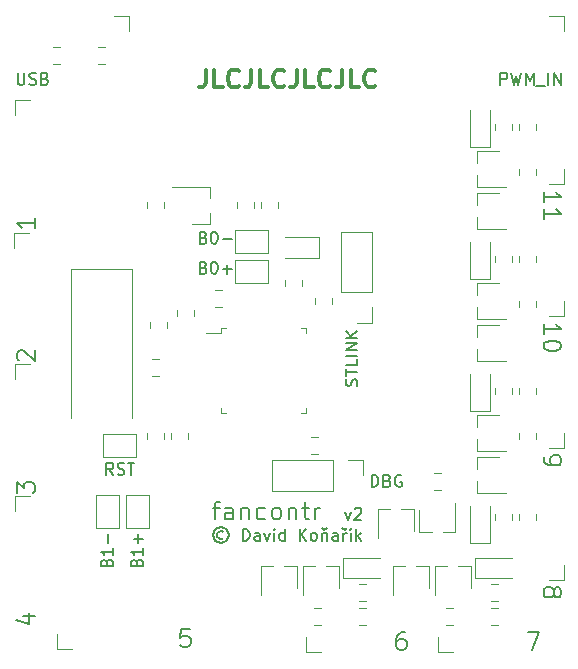
<source format=gbr>
G04 #@! TF.GenerationSoftware,KiCad,Pcbnew,5.1.5*
G04 #@! TF.CreationDate,2020-04-29T20:22:20+02:00*
G04 #@! TF.ProjectId,fancontr,66616e63-6f6e-4747-922e-6b696361645f,rev?*
G04 #@! TF.SameCoordinates,Original*
G04 #@! TF.FileFunction,Legend,Top*
G04 #@! TF.FilePolarity,Positive*
%FSLAX46Y46*%
G04 Gerber Fmt 4.6, Leading zero omitted, Abs format (unit mm)*
G04 Created by KiCad (PCBNEW 5.1.5) date 2020-04-29 20:22:20*
%MOMM*%
%LPD*%
G04 APERTURE LIST*
%ADD10C,0.300000*%
%ADD11C,0.150000*%
%ADD12C,0.200000*%
%ADD13C,0.120000*%
G04 APERTURE END LIST*
D10*
X94671428Y-81728571D02*
X94671428Y-82800000D01*
X94600000Y-83014285D01*
X94457142Y-83157142D01*
X94242857Y-83228571D01*
X94100000Y-83228571D01*
X96100000Y-83228571D02*
X95385714Y-83228571D01*
X95385714Y-81728571D01*
X97457142Y-83085714D02*
X97385714Y-83157142D01*
X97171428Y-83228571D01*
X97028571Y-83228571D01*
X96814285Y-83157142D01*
X96671428Y-83014285D01*
X96600000Y-82871428D01*
X96528571Y-82585714D01*
X96528571Y-82371428D01*
X96600000Y-82085714D01*
X96671428Y-81942857D01*
X96814285Y-81800000D01*
X97028571Y-81728571D01*
X97171428Y-81728571D01*
X97385714Y-81800000D01*
X97457142Y-81871428D01*
X98528571Y-81728571D02*
X98528571Y-82800000D01*
X98457142Y-83014285D01*
X98314285Y-83157142D01*
X98100000Y-83228571D01*
X97957142Y-83228571D01*
X99957142Y-83228571D02*
X99242857Y-83228571D01*
X99242857Y-81728571D01*
X101314285Y-83085714D02*
X101242857Y-83157142D01*
X101028571Y-83228571D01*
X100885714Y-83228571D01*
X100671428Y-83157142D01*
X100528571Y-83014285D01*
X100457142Y-82871428D01*
X100385714Y-82585714D01*
X100385714Y-82371428D01*
X100457142Y-82085714D01*
X100528571Y-81942857D01*
X100671428Y-81800000D01*
X100885714Y-81728571D01*
X101028571Y-81728571D01*
X101242857Y-81800000D01*
X101314285Y-81871428D01*
X102385714Y-81728571D02*
X102385714Y-82800000D01*
X102314285Y-83014285D01*
X102171428Y-83157142D01*
X101957142Y-83228571D01*
X101814285Y-83228571D01*
X103814285Y-83228571D02*
X103100000Y-83228571D01*
X103100000Y-81728571D01*
X105171428Y-83085714D02*
X105100000Y-83157142D01*
X104885714Y-83228571D01*
X104742857Y-83228571D01*
X104528571Y-83157142D01*
X104385714Y-83014285D01*
X104314285Y-82871428D01*
X104242857Y-82585714D01*
X104242857Y-82371428D01*
X104314285Y-82085714D01*
X104385714Y-81942857D01*
X104528571Y-81800000D01*
X104742857Y-81728571D01*
X104885714Y-81728571D01*
X105100000Y-81800000D01*
X105171428Y-81871428D01*
X106242857Y-81728571D02*
X106242857Y-82800000D01*
X106171428Y-83014285D01*
X106028571Y-83157142D01*
X105814285Y-83228571D01*
X105671428Y-83228571D01*
X107671428Y-83228571D02*
X106957142Y-83228571D01*
X106957142Y-81728571D01*
X109028571Y-83085714D02*
X108957142Y-83157142D01*
X108742857Y-83228571D01*
X108600000Y-83228571D01*
X108385714Y-83157142D01*
X108242857Y-83014285D01*
X108171428Y-82871428D01*
X108100000Y-82585714D01*
X108100000Y-82371428D01*
X108171428Y-82085714D01*
X108242857Y-81942857D01*
X108385714Y-81800000D01*
X108600000Y-81728571D01*
X108742857Y-81728571D01*
X108957142Y-81800000D01*
X109028571Y-81871428D01*
D11*
X119626380Y-83002380D02*
X119626380Y-82002380D01*
X120007333Y-82002380D01*
X120102571Y-82050000D01*
X120150190Y-82097619D01*
X120197809Y-82192857D01*
X120197809Y-82335714D01*
X120150190Y-82430952D01*
X120102571Y-82478571D01*
X120007333Y-82526190D01*
X119626380Y-82526190D01*
X120531142Y-82002380D02*
X120769238Y-83002380D01*
X120959714Y-82288095D01*
X121150190Y-83002380D01*
X121388285Y-82002380D01*
X121769238Y-83002380D02*
X121769238Y-82002380D01*
X122102571Y-82716666D01*
X122435904Y-82002380D01*
X122435904Y-83002380D01*
X122674000Y-83097619D02*
X123435904Y-83097619D01*
X123674000Y-83002380D02*
X123674000Y-82002380D01*
X124150190Y-83002380D02*
X124150190Y-82002380D01*
X124721619Y-83002380D01*
X124721619Y-82002380D01*
X78748095Y-82002380D02*
X78748095Y-82811904D01*
X78795714Y-82907142D01*
X78843333Y-82954761D01*
X78938571Y-83002380D01*
X79129047Y-83002380D01*
X79224285Y-82954761D01*
X79271904Y-82907142D01*
X79319523Y-82811904D01*
X79319523Y-82002380D01*
X79748095Y-82954761D02*
X79890952Y-83002380D01*
X80129047Y-83002380D01*
X80224285Y-82954761D01*
X80271904Y-82907142D01*
X80319523Y-82811904D01*
X80319523Y-82716666D01*
X80271904Y-82621428D01*
X80224285Y-82573809D01*
X80129047Y-82526190D01*
X79938571Y-82478571D01*
X79843333Y-82430952D01*
X79795714Y-82383333D01*
X79748095Y-82288095D01*
X79748095Y-82192857D01*
X79795714Y-82097619D01*
X79843333Y-82050000D01*
X79938571Y-82002380D01*
X80176666Y-82002380D01*
X80319523Y-82050000D01*
X81081428Y-82478571D02*
X81224285Y-82526190D01*
X81271904Y-82573809D01*
X81319523Y-82669047D01*
X81319523Y-82811904D01*
X81271904Y-82907142D01*
X81224285Y-82954761D01*
X81129047Y-83002380D01*
X80748095Y-83002380D01*
X80748095Y-82002380D01*
X81081428Y-82002380D01*
X81176666Y-82050000D01*
X81224285Y-82097619D01*
X81271904Y-82192857D01*
X81271904Y-82288095D01*
X81224285Y-82383333D01*
X81176666Y-82430952D01*
X81081428Y-82478571D01*
X80748095Y-82478571D01*
D12*
X123273428Y-104108285D02*
X123273428Y-103251142D01*
X123273428Y-103679714D02*
X124773428Y-103679714D01*
X124559142Y-103536857D01*
X124416285Y-103394000D01*
X124344857Y-103251142D01*
X124773428Y-105036857D02*
X124773428Y-105179714D01*
X124702000Y-105322571D01*
X124630571Y-105394000D01*
X124487714Y-105465428D01*
X124202000Y-105536857D01*
X123844857Y-105536857D01*
X123559142Y-105465428D01*
X123416285Y-105394000D01*
X123344857Y-105322571D01*
X123273428Y-105179714D01*
X123273428Y-105036857D01*
X123344857Y-104894000D01*
X123416285Y-104822571D01*
X123559142Y-104751142D01*
X123844857Y-104679714D01*
X124202000Y-104679714D01*
X124487714Y-104751142D01*
X124630571Y-104822571D01*
X124702000Y-104894000D01*
X124773428Y-105036857D01*
X123273428Y-114522285D02*
X123273428Y-114808000D01*
X123344857Y-114950857D01*
X123416285Y-115022285D01*
X123630571Y-115165142D01*
X123916285Y-115236571D01*
X124487714Y-115236571D01*
X124630571Y-115165142D01*
X124702000Y-115093714D01*
X124773428Y-114950857D01*
X124773428Y-114665142D01*
X124702000Y-114522285D01*
X124630571Y-114450857D01*
X124487714Y-114379428D01*
X124130571Y-114379428D01*
X123987714Y-114450857D01*
X123916285Y-114522285D01*
X123844857Y-114665142D01*
X123844857Y-114950857D01*
X123916285Y-115093714D01*
X123987714Y-115165142D01*
X124130571Y-115236571D01*
X124130571Y-125841142D02*
X124202000Y-125698285D01*
X124273428Y-125626857D01*
X124416285Y-125555428D01*
X124487714Y-125555428D01*
X124630571Y-125626857D01*
X124702000Y-125698285D01*
X124773428Y-125841142D01*
X124773428Y-126126857D01*
X124702000Y-126269714D01*
X124630571Y-126341142D01*
X124487714Y-126412571D01*
X124416285Y-126412571D01*
X124273428Y-126341142D01*
X124202000Y-126269714D01*
X124130571Y-126126857D01*
X124130571Y-125841142D01*
X124059142Y-125698285D01*
X123987714Y-125626857D01*
X123844857Y-125555428D01*
X123559142Y-125555428D01*
X123416285Y-125626857D01*
X123344857Y-125698285D01*
X123273428Y-125841142D01*
X123273428Y-126126857D01*
X123344857Y-126269714D01*
X123416285Y-126341142D01*
X123559142Y-126412571D01*
X123844857Y-126412571D01*
X123987714Y-126341142D01*
X124059142Y-126269714D01*
X124130571Y-126126857D01*
X121928000Y-129353571D02*
X122928000Y-129353571D01*
X122285142Y-130853571D01*
X111537714Y-129353571D02*
X111252000Y-129353571D01*
X111109142Y-129425000D01*
X111037714Y-129496428D01*
X110894857Y-129710714D01*
X110823428Y-129996428D01*
X110823428Y-130567857D01*
X110894857Y-130710714D01*
X110966285Y-130782142D01*
X111109142Y-130853571D01*
X111394857Y-130853571D01*
X111537714Y-130782142D01*
X111609142Y-130710714D01*
X111680571Y-130567857D01*
X111680571Y-130210714D01*
X111609142Y-130067857D01*
X111537714Y-129996428D01*
X111394857Y-129925000D01*
X111109142Y-129925000D01*
X110966285Y-129996428D01*
X110894857Y-130067857D01*
X110823428Y-130210714D01*
X93321142Y-129099571D02*
X92606857Y-129099571D01*
X92535428Y-129813857D01*
X92606857Y-129742428D01*
X92749714Y-129671000D01*
X93106857Y-129671000D01*
X93249714Y-129742428D01*
X93321142Y-129813857D01*
X93392571Y-129956714D01*
X93392571Y-130313857D01*
X93321142Y-130456714D01*
X93249714Y-130528142D01*
X93106857Y-130599571D01*
X92749714Y-130599571D01*
X92606857Y-130528142D01*
X92535428Y-130456714D01*
X79180571Y-127984285D02*
X80180571Y-127984285D01*
X78609142Y-128341428D02*
X79680571Y-128698571D01*
X79680571Y-127770000D01*
X78680571Y-117594000D02*
X78680571Y-116665428D01*
X79252000Y-117165428D01*
X79252000Y-116951142D01*
X79323428Y-116808285D01*
X79394857Y-116736857D01*
X79537714Y-116665428D01*
X79894857Y-116665428D01*
X80037714Y-116736857D01*
X80109142Y-116808285D01*
X80180571Y-116951142D01*
X80180571Y-117379714D01*
X80109142Y-117522571D01*
X80037714Y-117594000D01*
X78823428Y-106346571D02*
X78752000Y-106275142D01*
X78680571Y-106132285D01*
X78680571Y-105775142D01*
X78752000Y-105632285D01*
X78823428Y-105560857D01*
X78966285Y-105489428D01*
X79109142Y-105489428D01*
X79323428Y-105560857D01*
X80180571Y-106418000D01*
X80180571Y-105489428D01*
X80180571Y-94313428D02*
X80180571Y-95170571D01*
X80180571Y-94742000D02*
X78680571Y-94742000D01*
X78894857Y-94884857D01*
X79037714Y-95027714D01*
X79109142Y-95170571D01*
X123273428Y-92932285D02*
X123273428Y-92075142D01*
X123273428Y-92503714D02*
X124773428Y-92503714D01*
X124559142Y-92360857D01*
X124416285Y-92218000D01*
X124344857Y-92075142D01*
X123273428Y-94360857D02*
X123273428Y-93503714D01*
X123273428Y-93932285D02*
X124773428Y-93932285D01*
X124559142Y-93789428D01*
X124416285Y-93646571D01*
X124344857Y-93503714D01*
D11*
X106473714Y-119165714D02*
X106711809Y-119832380D01*
X106949904Y-119165714D01*
X107283238Y-118927619D02*
X107330857Y-118880000D01*
X107426095Y-118832380D01*
X107664190Y-118832380D01*
X107759428Y-118880000D01*
X107807047Y-118927619D01*
X107854666Y-119022857D01*
X107854666Y-119118095D01*
X107807047Y-119260952D01*
X107235619Y-119832380D01*
X107854666Y-119832380D01*
X96141119Y-120848476D02*
X96045880Y-120800857D01*
X95855404Y-120800857D01*
X95760166Y-120848476D01*
X95664928Y-120943714D01*
X95617309Y-121038952D01*
X95617309Y-121229428D01*
X95664928Y-121324666D01*
X95760166Y-121419904D01*
X95855404Y-121467523D01*
X96045880Y-121467523D01*
X96141119Y-121419904D01*
X95950642Y-120467523D02*
X95712547Y-120515142D01*
X95474452Y-120658000D01*
X95331595Y-120896095D01*
X95283976Y-121134190D01*
X95331595Y-121372285D01*
X95474452Y-121610380D01*
X95712547Y-121753238D01*
X95950642Y-121800857D01*
X96188738Y-121753238D01*
X96426833Y-121610380D01*
X96569690Y-121372285D01*
X96617309Y-121134190D01*
X96569690Y-120896095D01*
X96426833Y-120658000D01*
X96188738Y-120515142D01*
X95950642Y-120467523D01*
X97807785Y-121610380D02*
X97807785Y-120610380D01*
X98045880Y-120610380D01*
X98188738Y-120658000D01*
X98283976Y-120753238D01*
X98331595Y-120848476D01*
X98379214Y-121038952D01*
X98379214Y-121181809D01*
X98331595Y-121372285D01*
X98283976Y-121467523D01*
X98188738Y-121562761D01*
X98045880Y-121610380D01*
X97807785Y-121610380D01*
X99236357Y-121610380D02*
X99236357Y-121086571D01*
X99188738Y-120991333D01*
X99093500Y-120943714D01*
X98903023Y-120943714D01*
X98807785Y-120991333D01*
X99236357Y-121562761D02*
X99141119Y-121610380D01*
X98903023Y-121610380D01*
X98807785Y-121562761D01*
X98760166Y-121467523D01*
X98760166Y-121372285D01*
X98807785Y-121277047D01*
X98903023Y-121229428D01*
X99141119Y-121229428D01*
X99236357Y-121181809D01*
X99617309Y-120943714D02*
X99855404Y-121610380D01*
X100093500Y-120943714D01*
X100474452Y-121610380D02*
X100474452Y-120943714D01*
X100474452Y-120610380D02*
X100426833Y-120658000D01*
X100474452Y-120705619D01*
X100522071Y-120658000D01*
X100474452Y-120610380D01*
X100474452Y-120705619D01*
X101379214Y-121610380D02*
X101379214Y-120610380D01*
X101379214Y-121562761D02*
X101283976Y-121610380D01*
X101093500Y-121610380D01*
X100998261Y-121562761D01*
X100950642Y-121515142D01*
X100903023Y-121419904D01*
X100903023Y-121134190D01*
X100950642Y-121038952D01*
X100998261Y-120991333D01*
X101093500Y-120943714D01*
X101283976Y-120943714D01*
X101379214Y-120991333D01*
X102617309Y-121610380D02*
X102617309Y-120610380D01*
X103188738Y-121610380D02*
X102760166Y-121038952D01*
X103188738Y-120610380D02*
X102617309Y-121181809D01*
X103760166Y-121610380D02*
X103664928Y-121562761D01*
X103617309Y-121515142D01*
X103569690Y-121419904D01*
X103569690Y-121134190D01*
X103617309Y-121038952D01*
X103664928Y-120991333D01*
X103760166Y-120943714D01*
X103903023Y-120943714D01*
X103998261Y-120991333D01*
X104045880Y-121038952D01*
X104093500Y-121134190D01*
X104093500Y-121419904D01*
X104045880Y-121515142D01*
X103998261Y-121562761D01*
X103903023Y-121610380D01*
X103760166Y-121610380D01*
X104522071Y-120943714D02*
X104522071Y-121610380D01*
X104522071Y-121038952D02*
X104569690Y-120991333D01*
X104664928Y-120943714D01*
X104807785Y-120943714D01*
X104903023Y-120991333D01*
X104950642Y-121086571D01*
X104950642Y-121610380D01*
X104522071Y-120562761D02*
X104712547Y-120705619D01*
X104903023Y-120562761D01*
X105855404Y-121610380D02*
X105855404Y-121086571D01*
X105807785Y-120991333D01*
X105712547Y-120943714D01*
X105522071Y-120943714D01*
X105426833Y-120991333D01*
X105855404Y-121562761D02*
X105760166Y-121610380D01*
X105522071Y-121610380D01*
X105426833Y-121562761D01*
X105379214Y-121467523D01*
X105379214Y-121372285D01*
X105426833Y-121277047D01*
X105522071Y-121229428D01*
X105760166Y-121229428D01*
X105855404Y-121181809D01*
X106331595Y-121610380D02*
X106331595Y-120943714D01*
X106331595Y-121134190D02*
X106379214Y-121038952D01*
X106426833Y-120991333D01*
X106522071Y-120943714D01*
X106617309Y-120943714D01*
X106236357Y-120562761D02*
X106426833Y-120705619D01*
X106617309Y-120562761D01*
X106950642Y-121610380D02*
X106950642Y-120943714D01*
X107045880Y-120562761D02*
X106903023Y-120705619D01*
X107426833Y-121610380D02*
X107426833Y-120610380D01*
X107522071Y-121229428D02*
X107807785Y-121610380D01*
X107807785Y-120943714D02*
X107426833Y-121324666D01*
D12*
X95268857Y-118804571D02*
X95840285Y-118804571D01*
X95483142Y-119804571D02*
X95483142Y-118518857D01*
X95554571Y-118376000D01*
X95697428Y-118304571D01*
X95840285Y-118304571D01*
X96983142Y-119804571D02*
X96983142Y-119018857D01*
X96911714Y-118876000D01*
X96768857Y-118804571D01*
X96483142Y-118804571D01*
X96340285Y-118876000D01*
X96983142Y-119733142D02*
X96840285Y-119804571D01*
X96483142Y-119804571D01*
X96340285Y-119733142D01*
X96268857Y-119590285D01*
X96268857Y-119447428D01*
X96340285Y-119304571D01*
X96483142Y-119233142D01*
X96840285Y-119233142D01*
X96983142Y-119161714D01*
X97697428Y-118804571D02*
X97697428Y-119804571D01*
X97697428Y-118947428D02*
X97768857Y-118876000D01*
X97911714Y-118804571D01*
X98126000Y-118804571D01*
X98268857Y-118876000D01*
X98340285Y-119018857D01*
X98340285Y-119804571D01*
X99697428Y-119733142D02*
X99554571Y-119804571D01*
X99268857Y-119804571D01*
X99126000Y-119733142D01*
X99054571Y-119661714D01*
X98983142Y-119518857D01*
X98983142Y-119090285D01*
X99054571Y-118947428D01*
X99126000Y-118876000D01*
X99268857Y-118804571D01*
X99554571Y-118804571D01*
X99697428Y-118876000D01*
X100554571Y-119804571D02*
X100411714Y-119733142D01*
X100340285Y-119661714D01*
X100268857Y-119518857D01*
X100268857Y-119090285D01*
X100340285Y-118947428D01*
X100411714Y-118876000D01*
X100554571Y-118804571D01*
X100768857Y-118804571D01*
X100911714Y-118876000D01*
X100983142Y-118947428D01*
X101054571Y-119090285D01*
X101054571Y-119518857D01*
X100983142Y-119661714D01*
X100911714Y-119733142D01*
X100768857Y-119804571D01*
X100554571Y-119804571D01*
X101697428Y-118804571D02*
X101697428Y-119804571D01*
X101697428Y-118947428D02*
X101768857Y-118876000D01*
X101911714Y-118804571D01*
X102126000Y-118804571D01*
X102268857Y-118876000D01*
X102340285Y-119018857D01*
X102340285Y-119804571D01*
X102840285Y-118804571D02*
X103411714Y-118804571D01*
X103054571Y-118304571D02*
X103054571Y-119590285D01*
X103126000Y-119733142D01*
X103268857Y-119804571D01*
X103411714Y-119804571D01*
X103911714Y-119804571D02*
X103911714Y-118804571D01*
X103911714Y-119090285D02*
X103983142Y-118947428D01*
X104054571Y-118876000D01*
X104197428Y-118804571D01*
X104340285Y-118804571D01*
X107465761Y-108505333D02*
X107513380Y-108362476D01*
X107513380Y-108124380D01*
X107465761Y-108029142D01*
X107418142Y-107981523D01*
X107322904Y-107933904D01*
X107227666Y-107933904D01*
X107132428Y-107981523D01*
X107084809Y-108029142D01*
X107037190Y-108124380D01*
X106989571Y-108314857D01*
X106941952Y-108410095D01*
X106894333Y-108457714D01*
X106799095Y-108505333D01*
X106703857Y-108505333D01*
X106608619Y-108457714D01*
X106561000Y-108410095D01*
X106513380Y-108314857D01*
X106513380Y-108076761D01*
X106561000Y-107933904D01*
X106513380Y-107648190D02*
X106513380Y-107076761D01*
X107513380Y-107362476D02*
X106513380Y-107362476D01*
X107513380Y-106267238D02*
X107513380Y-106743428D01*
X106513380Y-106743428D01*
X107513380Y-105933904D02*
X106513380Y-105933904D01*
X107513380Y-105457714D02*
X106513380Y-105457714D01*
X107513380Y-104886285D01*
X106513380Y-104886285D01*
X107513380Y-104410095D02*
X106513380Y-104410095D01*
X107513380Y-103838666D02*
X106941952Y-104267238D01*
X106513380Y-103838666D02*
X107084809Y-104410095D01*
X108720095Y-117038380D02*
X108720095Y-116038380D01*
X108958190Y-116038380D01*
X109101047Y-116086000D01*
X109196285Y-116181238D01*
X109243904Y-116276476D01*
X109291523Y-116466952D01*
X109291523Y-116609809D01*
X109243904Y-116800285D01*
X109196285Y-116895523D01*
X109101047Y-116990761D01*
X108958190Y-117038380D01*
X108720095Y-117038380D01*
X110053428Y-116514571D02*
X110196285Y-116562190D01*
X110243904Y-116609809D01*
X110291523Y-116705047D01*
X110291523Y-116847904D01*
X110243904Y-116943142D01*
X110196285Y-116990761D01*
X110101047Y-117038380D01*
X109720095Y-117038380D01*
X109720095Y-116038380D01*
X110053428Y-116038380D01*
X110148666Y-116086000D01*
X110196285Y-116133619D01*
X110243904Y-116228857D01*
X110243904Y-116324095D01*
X110196285Y-116419333D01*
X110148666Y-116466952D01*
X110053428Y-116514571D01*
X109720095Y-116514571D01*
X111243904Y-116086000D02*
X111148666Y-116038380D01*
X111005809Y-116038380D01*
X110862952Y-116086000D01*
X110767714Y-116181238D01*
X110720095Y-116276476D01*
X110672476Y-116466952D01*
X110672476Y-116609809D01*
X110720095Y-116800285D01*
X110767714Y-116895523D01*
X110862952Y-116990761D01*
X111005809Y-117038380D01*
X111101047Y-117038380D01*
X111243904Y-116990761D01*
X111291523Y-116943142D01*
X111291523Y-116609809D01*
X111101047Y-116609809D01*
X86828380Y-116022380D02*
X86495047Y-115546190D01*
X86256952Y-116022380D02*
X86256952Y-115022380D01*
X86637904Y-115022380D01*
X86733142Y-115070000D01*
X86780761Y-115117619D01*
X86828380Y-115212857D01*
X86828380Y-115355714D01*
X86780761Y-115450952D01*
X86733142Y-115498571D01*
X86637904Y-115546190D01*
X86256952Y-115546190D01*
X87209333Y-115974761D02*
X87352190Y-116022380D01*
X87590285Y-116022380D01*
X87685523Y-115974761D01*
X87733142Y-115927142D01*
X87780761Y-115831904D01*
X87780761Y-115736666D01*
X87733142Y-115641428D01*
X87685523Y-115593809D01*
X87590285Y-115546190D01*
X87399809Y-115498571D01*
X87304571Y-115450952D01*
X87256952Y-115403333D01*
X87209333Y-115308095D01*
X87209333Y-115212857D01*
X87256952Y-115117619D01*
X87304571Y-115070000D01*
X87399809Y-115022380D01*
X87637904Y-115022380D01*
X87780761Y-115070000D01*
X88066476Y-115022380D02*
X88637904Y-115022380D01*
X88352190Y-116022380D02*
X88352190Y-115022380D01*
X94480190Y-98480571D02*
X94623047Y-98528190D01*
X94670666Y-98575809D01*
X94718285Y-98671047D01*
X94718285Y-98813904D01*
X94670666Y-98909142D01*
X94623047Y-98956761D01*
X94527809Y-99004380D01*
X94146857Y-99004380D01*
X94146857Y-98004380D01*
X94480190Y-98004380D01*
X94575428Y-98052000D01*
X94623047Y-98099619D01*
X94670666Y-98194857D01*
X94670666Y-98290095D01*
X94623047Y-98385333D01*
X94575428Y-98432952D01*
X94480190Y-98480571D01*
X94146857Y-98480571D01*
X95337333Y-98004380D02*
X95432571Y-98004380D01*
X95527809Y-98052000D01*
X95575428Y-98099619D01*
X95623047Y-98194857D01*
X95670666Y-98385333D01*
X95670666Y-98623428D01*
X95623047Y-98813904D01*
X95575428Y-98909142D01*
X95527809Y-98956761D01*
X95432571Y-99004380D01*
X95337333Y-99004380D01*
X95242095Y-98956761D01*
X95194476Y-98909142D01*
X95146857Y-98813904D01*
X95099238Y-98623428D01*
X95099238Y-98385333D01*
X95146857Y-98194857D01*
X95194476Y-98099619D01*
X95242095Y-98052000D01*
X95337333Y-98004380D01*
X96099238Y-98623428D02*
X96861142Y-98623428D01*
X96480190Y-99004380D02*
X96480190Y-98242476D01*
X94480190Y-95940571D02*
X94623047Y-95988190D01*
X94670666Y-96035809D01*
X94718285Y-96131047D01*
X94718285Y-96273904D01*
X94670666Y-96369142D01*
X94623047Y-96416761D01*
X94527809Y-96464380D01*
X94146857Y-96464380D01*
X94146857Y-95464380D01*
X94480190Y-95464380D01*
X94575428Y-95512000D01*
X94623047Y-95559619D01*
X94670666Y-95654857D01*
X94670666Y-95750095D01*
X94623047Y-95845333D01*
X94575428Y-95892952D01*
X94480190Y-95940571D01*
X94146857Y-95940571D01*
X95337333Y-95464380D02*
X95432571Y-95464380D01*
X95527809Y-95512000D01*
X95575428Y-95559619D01*
X95623047Y-95654857D01*
X95670666Y-95845333D01*
X95670666Y-96083428D01*
X95623047Y-96273904D01*
X95575428Y-96369142D01*
X95527809Y-96416761D01*
X95432571Y-96464380D01*
X95337333Y-96464380D01*
X95242095Y-96416761D01*
X95194476Y-96369142D01*
X95146857Y-96273904D01*
X95099238Y-96083428D01*
X95099238Y-95845333D01*
X95146857Y-95654857D01*
X95194476Y-95559619D01*
X95242095Y-95512000D01*
X95337333Y-95464380D01*
X96099238Y-96083428D02*
X96861142Y-96083428D01*
X88828571Y-123451809D02*
X88876190Y-123308952D01*
X88923809Y-123261333D01*
X89019047Y-123213714D01*
X89161904Y-123213714D01*
X89257142Y-123261333D01*
X89304761Y-123308952D01*
X89352380Y-123404190D01*
X89352380Y-123785142D01*
X88352380Y-123785142D01*
X88352380Y-123451809D01*
X88400000Y-123356571D01*
X88447619Y-123308952D01*
X88542857Y-123261333D01*
X88638095Y-123261333D01*
X88733333Y-123308952D01*
X88780952Y-123356571D01*
X88828571Y-123451809D01*
X88828571Y-123785142D01*
X89352380Y-122261333D02*
X89352380Y-122832761D01*
X89352380Y-122547047D02*
X88352380Y-122547047D01*
X88495238Y-122642285D01*
X88590476Y-122737523D01*
X88638095Y-122832761D01*
X88971428Y-121832761D02*
X88971428Y-121070857D01*
X89352380Y-121451809D02*
X88590476Y-121451809D01*
X86288571Y-123451809D02*
X86336190Y-123308952D01*
X86383809Y-123261333D01*
X86479047Y-123213714D01*
X86621904Y-123213714D01*
X86717142Y-123261333D01*
X86764761Y-123308952D01*
X86812380Y-123404190D01*
X86812380Y-123785142D01*
X85812380Y-123785142D01*
X85812380Y-123451809D01*
X85860000Y-123356571D01*
X85907619Y-123308952D01*
X86002857Y-123261333D01*
X86098095Y-123261333D01*
X86193333Y-123308952D01*
X86240952Y-123356571D01*
X86288571Y-123451809D01*
X86288571Y-123785142D01*
X86812380Y-122261333D02*
X86812380Y-122832761D01*
X86812380Y-122547047D02*
X85812380Y-122547047D01*
X85955238Y-122642285D01*
X86050476Y-122737523D01*
X86098095Y-122832761D01*
X86431428Y-121832761D02*
X86431428Y-121070857D01*
D13*
X94994000Y-94798000D02*
X93534000Y-94798000D01*
X94994000Y-91638000D02*
X91834000Y-91638000D01*
X94994000Y-91638000D02*
X94994000Y-92568000D01*
X94994000Y-94798000D02*
X94994000Y-93868000D01*
X110504000Y-123784000D02*
X110504000Y-126214000D01*
X110514000Y-123764000D02*
X111514000Y-123764000D01*
X113564000Y-123764000D02*
X113564000Y-125614000D01*
X112514000Y-123764000D02*
X113564000Y-123764000D01*
X118864748Y-126694000D02*
X119387252Y-126694000D01*
X118864748Y-125274000D02*
X119387252Y-125274000D01*
X115810000Y-120818000D02*
X115810000Y-118388000D01*
X115800000Y-120838000D02*
X114800000Y-120838000D01*
X112750000Y-120838000D02*
X112750000Y-118988000D01*
X113800000Y-120838000D02*
X112750000Y-120838000D01*
X106304000Y-123102000D02*
X109454000Y-123102000D01*
X106304000Y-124802000D02*
X109454000Y-124802000D01*
X106304000Y-123102000D02*
X106304000Y-124802000D01*
X121210000Y-90162748D02*
X121210000Y-90685252D01*
X122630000Y-90162748D02*
X122630000Y-90685252D01*
X121210000Y-101338748D02*
X121210000Y-101861252D01*
X122630000Y-101338748D02*
X122630000Y-101861252D01*
X121210000Y-112514748D02*
X121210000Y-113037252D01*
X122630000Y-112514748D02*
X122630000Y-113037252D01*
X114038748Y-115876000D02*
X114561252Y-115876000D01*
X114038748Y-117296000D02*
X114561252Y-117296000D01*
X115577252Y-127306000D02*
X115054748Y-127306000D01*
X115577252Y-128726000D02*
X115054748Y-128726000D01*
X104401252Y-127306000D02*
X103878748Y-127306000D01*
X104401252Y-128726000D02*
X103878748Y-128726000D01*
X117688000Y-91680000D02*
X120118000Y-91680000D01*
X117668000Y-91670000D02*
X117668000Y-90670000D01*
X117668000Y-88620000D02*
X119518000Y-88620000D01*
X117668000Y-89670000D02*
X117668000Y-88620000D01*
X117688000Y-102856000D02*
X120118000Y-102856000D01*
X117668000Y-102846000D02*
X117668000Y-101846000D01*
X117668000Y-99796000D02*
X119518000Y-99796000D01*
X117668000Y-100846000D02*
X117668000Y-99796000D01*
X117688000Y-114032000D02*
X120118000Y-114032000D01*
X117668000Y-114022000D02*
X117668000Y-113022000D01*
X117668000Y-110972000D02*
X119518000Y-110972000D01*
X117668000Y-112022000D02*
X117668000Y-110972000D01*
X116070000Y-123764000D02*
X117120000Y-123764000D01*
X117120000Y-123764000D02*
X117120000Y-125614000D01*
X114070000Y-123764000D02*
X115070000Y-123764000D01*
X114060000Y-123784000D02*
X114060000Y-126214000D01*
X102884000Y-123784000D02*
X102884000Y-126214000D01*
X102894000Y-123764000D02*
X103894000Y-123764000D01*
X105944000Y-123764000D02*
X105944000Y-125614000D01*
X104894000Y-123764000D02*
X105944000Y-123764000D01*
X117668000Y-93226000D02*
X117668000Y-92176000D01*
X117668000Y-92176000D02*
X119518000Y-92176000D01*
X117668000Y-95226000D02*
X117668000Y-94226000D01*
X117688000Y-95236000D02*
X120118000Y-95236000D01*
X117688000Y-106412000D02*
X120118000Y-106412000D01*
X117668000Y-106402000D02*
X117668000Y-105402000D01*
X117668000Y-103352000D02*
X119518000Y-103352000D01*
X117668000Y-104402000D02*
X117668000Y-103352000D01*
X117688000Y-117588000D02*
X120118000Y-117588000D01*
X117668000Y-117578000D02*
X117668000Y-116578000D01*
X117668000Y-114528000D02*
X119518000Y-114528000D01*
X117668000Y-115578000D02*
X117668000Y-114528000D01*
X109234000Y-118958000D02*
X109234000Y-121388000D01*
X109244000Y-118938000D02*
X110244000Y-118938000D01*
X112294000Y-118938000D02*
X112294000Y-120788000D01*
X111244000Y-118938000D02*
X112294000Y-118938000D01*
X99328000Y-123784000D02*
X99328000Y-126214000D01*
X99338000Y-123764000D02*
X100338000Y-123764000D01*
X102388000Y-123764000D02*
X102388000Y-125614000D01*
X101338000Y-123764000D02*
X102388000Y-123764000D01*
X121210000Y-119372748D02*
X121210000Y-119895252D01*
X122630000Y-119372748D02*
X122630000Y-119895252D01*
X117006000Y-99436000D02*
X117006000Y-96286000D01*
X118706000Y-99436000D02*
X118706000Y-96286000D01*
X117006000Y-99436000D02*
X118706000Y-99436000D01*
X121210000Y-86352748D02*
X121210000Y-86875252D01*
X122630000Y-86352748D02*
X122630000Y-86875252D01*
X120598000Y-86875252D02*
X120598000Y-86352748D01*
X119178000Y-86875252D02*
X119178000Y-86352748D01*
X120598000Y-98051252D02*
X120598000Y-97528748D01*
X119178000Y-98051252D02*
X119178000Y-97528748D01*
X120598000Y-109227252D02*
X120598000Y-108704748D01*
X119178000Y-109227252D02*
X119178000Y-108704748D01*
X120598000Y-119895252D02*
X120598000Y-119372748D01*
X119178000Y-119895252D02*
X119178000Y-119372748D01*
X107688748Y-126694000D02*
X108211252Y-126694000D01*
X107688748Y-125274000D02*
X108211252Y-125274000D01*
X95496748Y-101802000D02*
X96019252Y-101802000D01*
X95496748Y-100382000D02*
X96019252Y-100382000D01*
X108772000Y-103184000D02*
X107442000Y-103184000D01*
X108772000Y-101854000D02*
X108772000Y-103184000D01*
X108772000Y-100584000D02*
X106112000Y-100584000D01*
X106112000Y-100584000D02*
X106112000Y-95444000D01*
X108772000Y-100584000D02*
X108772000Y-95444000D01*
X108772000Y-95444000D02*
X106112000Y-95444000D01*
X108010000Y-114748000D02*
X108010000Y-116078000D01*
X106680000Y-114748000D02*
X108010000Y-114748000D01*
X105410000Y-114748000D02*
X105410000Y-117408000D01*
X105410000Y-117408000D02*
X100270000Y-117408000D01*
X105410000Y-114748000D02*
X100270000Y-114748000D01*
X100270000Y-114748000D02*
X100270000Y-117408000D01*
X117006000Y-88260000D02*
X117006000Y-85110000D01*
X118706000Y-88260000D02*
X118706000Y-85110000D01*
X117006000Y-88260000D02*
X118706000Y-88260000D01*
X117006000Y-110612000D02*
X117006000Y-107462000D01*
X118706000Y-110612000D02*
X118706000Y-107462000D01*
X117006000Y-110612000D02*
X118706000Y-110612000D01*
X117006000Y-121788000D02*
X117006000Y-118638000D01*
X118706000Y-121788000D02*
X118706000Y-118638000D01*
X117006000Y-121788000D02*
X118706000Y-121788000D01*
X117480000Y-123102000D02*
X120630000Y-123102000D01*
X117480000Y-124802000D02*
X120630000Y-124802000D01*
X117480000Y-123102000D02*
X117480000Y-124802000D01*
X88138000Y-77216000D02*
X88138000Y-78486000D01*
X86868000Y-77216000D02*
X88138000Y-77216000D01*
X82042000Y-130810000D02*
X82042000Y-129540000D01*
X83312000Y-130810000D02*
X82042000Y-130810000D01*
X124968000Y-91440000D02*
X123698000Y-91440000D01*
X124968000Y-90170000D02*
X124968000Y-91440000D01*
X124968000Y-102616000D02*
X123698000Y-102616000D01*
X124968000Y-101346000D02*
X124968000Y-102616000D01*
X124968000Y-113792000D02*
X123698000Y-113792000D01*
X124968000Y-112522000D02*
X124968000Y-113792000D01*
X124968000Y-124968000D02*
X123698000Y-124968000D01*
X124968000Y-123698000D02*
X124968000Y-124968000D01*
X114300000Y-131064000D02*
X114300000Y-129794000D01*
X115570000Y-131064000D02*
X114300000Y-131064000D01*
X103124000Y-131064000D02*
X103124000Y-129794000D01*
X104394000Y-131064000D02*
X103124000Y-131064000D01*
X78486000Y-117856000D02*
X79756000Y-117856000D01*
X78486000Y-119126000D02*
X78486000Y-117856000D01*
X78486000Y-106680000D02*
X79756000Y-106680000D01*
X78486000Y-107950000D02*
X78486000Y-106680000D01*
X78479000Y-95524200D02*
X79749000Y-95524200D01*
X78479000Y-96794200D02*
X78479000Y-95524200D01*
X78486000Y-84328000D02*
X79756000Y-84328000D01*
X78486000Y-85598000D02*
X78486000Y-84328000D01*
X123698000Y-77216000D02*
X124968000Y-77216000D01*
X124968000Y-77216000D02*
X124968000Y-78486000D01*
X91388000Y-103630252D02*
X91388000Y-103107748D01*
X89968000Y-103630252D02*
X89968000Y-103107748D01*
X83302000Y-98583000D02*
X83302000Y-111183000D01*
X88402000Y-98583000D02*
X83302000Y-98583000D01*
X88402000Y-111183000D02*
X88402000Y-98583000D01*
X95958000Y-104028000D02*
X94668000Y-104028000D01*
X95958000Y-103578000D02*
X95958000Y-104028000D01*
X96408000Y-103578000D02*
X95958000Y-103578000D01*
X103178000Y-103578000D02*
X103178000Y-104028000D01*
X102728000Y-103578000D02*
X103178000Y-103578000D01*
X95958000Y-110798000D02*
X95958000Y-110348000D01*
X96408000Y-110798000D02*
X95958000Y-110798000D01*
X103178000Y-110798000D02*
X103178000Y-110348000D01*
X102728000Y-110798000D02*
X103178000Y-110798000D01*
X85976000Y-112538000D02*
X88776000Y-112538000D01*
X88776000Y-112538000D02*
X88776000Y-114538000D01*
X88776000Y-114538000D02*
X85976000Y-114538000D01*
X85976000Y-114538000D02*
X85976000Y-112538000D01*
X90685252Y-106224000D02*
X90162748Y-106224000D01*
X90685252Y-107644000D02*
X90162748Y-107644000D01*
X86113252Y-79808000D02*
X85590748Y-79808000D01*
X86113252Y-81228000D02*
X85590748Y-81228000D01*
X82303252Y-79808000D02*
X81780748Y-79808000D01*
X82303252Y-81228000D02*
X81780748Y-81228000D01*
X100786000Y-93479252D02*
X100786000Y-92956748D01*
X99366000Y-93479252D02*
X99366000Y-92956748D01*
X101398000Y-99560748D02*
X101398000Y-100083252D01*
X102818000Y-99560748D02*
X102818000Y-100083252D01*
X87900000Y-120526000D02*
X87900000Y-117726000D01*
X87900000Y-117726000D02*
X89900000Y-117726000D01*
X89900000Y-117726000D02*
X89900000Y-120526000D01*
X89900000Y-120526000D02*
X87900000Y-120526000D01*
X85360000Y-120526000D02*
X85360000Y-117726000D01*
X85360000Y-117726000D02*
X87360000Y-117726000D01*
X87360000Y-117726000D02*
X87360000Y-120526000D01*
X87360000Y-120526000D02*
X85360000Y-120526000D01*
X97152000Y-97806000D02*
X99952000Y-97806000D01*
X99952000Y-97806000D02*
X99952000Y-99806000D01*
X99952000Y-99806000D02*
X97152000Y-99806000D01*
X97152000Y-99806000D02*
X97152000Y-97806000D01*
X97152000Y-95266000D02*
X99952000Y-95266000D01*
X99952000Y-95266000D02*
X99952000Y-97266000D01*
X99952000Y-97266000D02*
X97152000Y-97266000D01*
X97152000Y-97266000D02*
X97152000Y-95266000D01*
X104247000Y-95864000D02*
X101362000Y-95864000D01*
X104247000Y-97684000D02*
X104247000Y-95864000D01*
X101362000Y-97684000D02*
X104247000Y-97684000D01*
X121210000Y-97528748D02*
X121210000Y-98051252D01*
X122630000Y-97528748D02*
X122630000Y-98051252D01*
X121210000Y-108704748D02*
X121210000Y-109227252D01*
X122630000Y-108704748D02*
X122630000Y-109227252D01*
X119387252Y-127306000D02*
X118864748Y-127306000D01*
X119387252Y-128726000D02*
X118864748Y-128726000D01*
X108211252Y-127306000D02*
X107688748Y-127306000D01*
X108211252Y-128726000D02*
X107688748Y-128726000D01*
X89714000Y-93479252D02*
X89714000Y-92956748D01*
X91134000Y-93479252D02*
X91134000Y-92956748D01*
X98754000Y-92956748D02*
X98754000Y-93479252D01*
X97334000Y-92956748D02*
X97334000Y-93479252D01*
X91134000Y-113037252D02*
X91134000Y-112514748D01*
X89714000Y-113037252D02*
X89714000Y-112514748D01*
X93166000Y-113037252D02*
X93166000Y-112514748D01*
X91746000Y-113037252D02*
X91746000Y-112514748D01*
X104147252Y-112828000D02*
X103624748Y-112828000D01*
X104147252Y-114248000D02*
X103624748Y-114248000D01*
X92254000Y-102100748D02*
X92254000Y-102623252D01*
X93674000Y-102100748D02*
X93674000Y-102623252D01*
X103938000Y-101084748D02*
X103938000Y-101607252D01*
X105358000Y-101084748D02*
X105358000Y-101607252D01*
M02*

</source>
